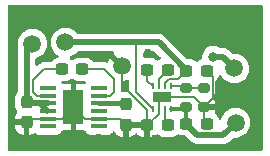
<source format=gbr>
%TF.GenerationSoftware,KiCad,Pcbnew,9.0.7*%
%TF.CreationDate,2026-02-18T17:04:35-08:00*%
%TF.ProjectId,inverter,696e7665-7274-4657-922e-6b696361645f,rev?*%
%TF.SameCoordinates,Original*%
%TF.FileFunction,Copper,L1,Top*%
%TF.FilePolarity,Positive*%
%FSLAX46Y46*%
G04 Gerber Fmt 4.6, Leading zero omitted, Abs format (unit mm)*
G04 Created by KiCad (PCBNEW 9.0.7) date 2026-02-18 17:04:35*
%MOMM*%
%LPD*%
G01*
G04 APERTURE LIST*
G04 Aperture macros list*
%AMRoundRect*
0 Rectangle with rounded corners*
0 $1 Rounding radius*
0 $2 $3 $4 $5 $6 $7 $8 $9 X,Y pos of 4 corners*
0 Add a 4 corners polygon primitive as box body*
4,1,4,$2,$3,$4,$5,$6,$7,$8,$9,$2,$3,0*
0 Add four circle primitives for the rounded corners*
1,1,$1+$1,$2,$3*
1,1,$1+$1,$4,$5*
1,1,$1+$1,$6,$7*
1,1,$1+$1,$8,$9*
0 Add four rect primitives between the rounded corners*
20,1,$1+$1,$2,$3,$4,$5,0*
20,1,$1+$1,$4,$5,$6,$7,0*
20,1,$1+$1,$6,$7,$8,$9,0*
20,1,$1+$1,$8,$9,$2,$3,0*%
G04 Aperture macros list end*
%TA.AperFunction,SMDPad,CuDef*%
%ADD10RoundRect,0.237500X0.237500X-0.300000X0.237500X0.300000X-0.237500X0.300000X-0.237500X-0.300000X0*%
%TD*%
%TA.AperFunction,SMDPad,CuDef*%
%ADD11RoundRect,0.237500X-0.300000X-0.237500X0.300000X-0.237500X0.300000X0.237500X-0.300000X0.237500X0*%
%TD*%
%TA.AperFunction,SMDPad,CuDef*%
%ADD12R,1.397000X0.431800*%
%TD*%
%TA.AperFunction,SMDPad,CuDef*%
%ADD13R,1.752600X2.946400*%
%TD*%
%TA.AperFunction,SMDPad,CuDef*%
%ADD14RoundRect,0.200000X-0.275000X0.200000X-0.275000X-0.200000X0.275000X-0.200000X0.275000X0.200000X0*%
%TD*%
%TA.AperFunction,SMDPad,CuDef*%
%ADD15C,1.500000*%
%TD*%
%TA.AperFunction,SMDPad,CuDef*%
%ADD16RoundRect,0.062500X0.062500X-0.187500X0.062500X0.187500X-0.062500X0.187500X-0.062500X-0.187500X0*%
%TD*%
%TA.AperFunction,SMDPad,CuDef*%
%ADD17R,1.600000X0.900000*%
%TD*%
%TA.AperFunction,SMDPad,CuDef*%
%ADD18RoundRect,0.237500X0.300000X0.237500X-0.300000X0.237500X-0.300000X-0.237500X0.300000X-0.237500X0*%
%TD*%
%TA.AperFunction,ViaPad*%
%ADD19C,0.800000*%
%TD*%
%TA.AperFunction,ViaPad*%
%ADD20C,0.600000*%
%TD*%
%TA.AperFunction,Conductor*%
%ADD21C,0.200000*%
%TD*%
%TA.AperFunction,Conductor*%
%ADD22C,0.500000*%
%TD*%
%TA.AperFunction,Conductor*%
%ADD23C,0.300000*%
%TD*%
%TA.AperFunction,Conductor*%
%ADD24C,0.400000*%
%TD*%
G04 APERTURE END LIST*
D10*
%TO.P,C5,1*%
%TO.N,GND*%
X149500000Y-99062500D03*
%TO.P,C5,2*%
%TO.N,Net-(U2-VOUT)*%
X149500000Y-97337500D03*
%TD*%
D11*
%TO.P,C6,1*%
%TO.N,Net-(U2-C+)*%
X144113500Y-94376000D03*
%TO.P,C6,2*%
%TO.N,Net-(U2-C-)*%
X145838500Y-94376000D03*
%TD*%
D10*
%TO.P,C7,1*%
%TO.N,GND*%
X141100000Y-98862500D03*
%TO.P,C7,2*%
%TO.N,+15V*%
X141100000Y-97137500D03*
%TD*%
D12*
%TO.P,U2,1,NC_2*%
%TO.N,unconnected-(U2-NC_2-Pad1)*%
X147260400Y-99201600D03*
%TO.P,U2,2,RT*%
%TO.N,GND*%
X147260400Y-98551359D03*
%TO.P,U2,3,NC_3*%
%TO.N,unconnected-(U2-NC_3-Pad3)*%
X147260400Y-97901119D03*
%TO.P,U2,4,VOUT*%
%TO.N,Net-(U2-VOUT)*%
X147260400Y-97250881D03*
%TO.P,U2,5,C-*%
%TO.N,Net-(U2-C-)*%
X147260400Y-96600641D03*
%TO.P,U2,6,NC_4*%
%TO.N,unconnected-(U2-NC_4-Pad6)*%
X147260400Y-95950400D03*
%TO.P,U2,7,NC_5*%
%TO.N,unconnected-(U2-NC_5-Pad7)*%
X142891600Y-95950400D03*
%TO.P,U2,8,C+*%
%TO.N,Net-(U2-C+)*%
X142891600Y-96600641D03*
%TO.P,U2,9,VIN*%
%TO.N,+15V*%
X142891600Y-97250881D03*
%TO.P,U2,10,EN*%
X142891600Y-97901119D03*
%TO.P,U2,11,MODE*%
%TO.N,GND*%
X142891600Y-98551359D03*
%TO.P,U2,12,NC*%
%TO.N,unconnected-(U2-NC-Pad12)*%
X142891600Y-99201600D03*
D13*
%TO.P,U2,13,EPAD*%
%TO.N,GND*%
X145076000Y-97576000D03*
%TD*%
D11*
%TO.P,C3,1*%
%TO.N,Net-(U1-C+)*%
X151337500Y-94400000D03*
%TO.P,C3,2*%
%TO.N,Net-(U1-C-)*%
X153062500Y-94400000D03*
%TD*%
D14*
%TO.P,R1,1*%
%TO.N,Net-(U1-VFB)*%
X154600000Y-95925000D03*
%TO.P,R1,2*%
%TO.N,Net-(U1-VOUT)*%
X154600000Y-97575000D03*
%TD*%
D15*
%TO.P,-15V,1,1*%
%TO.N,Net-(U2-VOUT)*%
X158700000Y-94300000D03*
%TD*%
%TO.P,GND,1,1*%
%TO.N,GND*%
X149200000Y-94100000D03*
%TD*%
%TO.P,+5V,1,1*%
%TO.N,+5V*%
X144400000Y-92100000D03*
%TD*%
%TO.P,+15V,1,1*%
%TO.N,+15V*%
X141600000Y-92200000D03*
%TD*%
D16*
%TO.P,U1,1,VIN*%
%TO.N,+5V*%
X151800000Y-97700000D03*
%TO.P,U1,2,GND*%
%TO.N,GND*%
X152300000Y-97700000D03*
%TO.P,U1,3,CPOUT*%
%TO.N,Net-(U1-CPOUT)*%
X152800000Y-97700000D03*
%TO.P,U1,4,VOUT*%
%TO.N,Net-(U1-VOUT)*%
X153300000Y-97700000D03*
%TO.P,U1,5,VFB*%
%TO.N,Net-(U1-VFB)*%
X153300000Y-95800000D03*
%TO.P,U1,6,EN*%
%TO.N,+5V*%
X152800000Y-95800000D03*
%TO.P,U1,7,C-*%
%TO.N,Net-(U1-C-)*%
X152300000Y-95800000D03*
%TO.P,U1,8,C+*%
%TO.N,Net-(U1-C+)*%
X151800000Y-95800000D03*
D17*
%TO.P,U1,9,PAD*%
%TO.N,GND*%
X152550000Y-96750000D03*
%TD*%
D18*
%TO.P,C2,1*%
%TO.N,Net-(U1-CPOUT)*%
X153062500Y-99100000D03*
%TO.P,C2,2*%
%TO.N,GND*%
X151337500Y-99100000D03*
%TD*%
D14*
%TO.P,R2,1*%
%TO.N,Net-(U1-VFB)*%
X156100000Y-95925000D03*
%TO.P,R2,2*%
%TO.N,GND*%
X156100000Y-97575000D03*
%TD*%
D11*
%TO.P,C4,1*%
%TO.N,Net-(U1-VOUT)*%
X154637500Y-99000000D03*
%TO.P,C4,2*%
%TO.N,GND*%
X156362500Y-99000000D03*
%TD*%
D15*
%TO.P,-5V,1,1*%
%TO.N,Net-(U1-VOUT)*%
X158800000Y-98900000D03*
%TD*%
D11*
%TO.P,C1,1*%
%TO.N,+5V*%
X154637500Y-94500000D03*
%TO.P,C1,2*%
%TO.N,GND*%
X156362500Y-94500000D03*
%TD*%
D19*
%TO.N,Net-(U2-VOUT)*%
X156900000Y-93300000D03*
X149500000Y-97337500D03*
D20*
%TO.N,GND*%
X140000000Y-100200000D03*
X139800000Y-98500000D03*
X140000000Y-91500000D03*
X140000000Y-94800000D03*
X143000000Y-93400000D03*
X146400000Y-91100000D03*
X148600000Y-91100000D03*
X151400000Y-92900000D03*
X157500000Y-95500000D03*
X142900000Y-91100000D03*
X159800000Y-97300000D03*
X160200000Y-96400000D03*
X160200000Y-100200000D03*
X158500000Y-92500000D03*
X157500000Y-97600000D03*
X154000000Y-100200000D03*
X145900000Y-93100000D03*
X152000000Y-100200000D03*
X142600000Y-100200000D03*
X144100000Y-100200000D03*
X146200000Y-100200000D03*
X147200000Y-100100000D03*
X148500000Y-100200000D03*
X147700000Y-93300000D03*
X150400000Y-100200000D03*
%TD*%
D21*
%TO.N,+5V*%
X151800000Y-97700000D02*
X150400000Y-96300000D01*
X150400000Y-96300000D02*
X150400000Y-92100000D01*
D22*
%TO.N,Net-(U2-VOUT)*%
X156900000Y-93300000D02*
X157700000Y-93300000D01*
X157700000Y-93300000D02*
X158700000Y-94300000D01*
%TO.N,Net-(U1-VOUT)*%
X158800000Y-98900000D02*
X157774000Y-99926000D01*
X157774000Y-99926000D02*
X155563500Y-99926000D01*
X155563500Y-99926000D02*
X154637500Y-99000000D01*
D23*
X154600000Y-97575000D02*
X154600000Y-98962500D01*
X154600000Y-98962500D02*
X154637500Y-99000000D01*
X153300000Y-97700000D02*
X154475000Y-97700000D01*
X154475000Y-97700000D02*
X154600000Y-97575000D01*
D24*
%TO.N,Net-(U2-VOUT)*%
X147260400Y-97250881D02*
X149413381Y-97250881D01*
X149413381Y-97250881D02*
X149500000Y-97337500D01*
D22*
%TO.N,+5V*%
X150400000Y-92100000D02*
X152280266Y-92100000D01*
X144400000Y-92100000D02*
X150400000Y-92100000D01*
X152280266Y-92100000D02*
X154637500Y-94457234D01*
X154637500Y-94457234D02*
X154637500Y-94500000D01*
%TO.N,+15V*%
X141100000Y-97137500D02*
X141230041Y-97267541D01*
X141230041Y-97267541D02*
X142258022Y-97267541D01*
X142258022Y-97267541D02*
X142874940Y-97884459D01*
X141100000Y-97137500D02*
X141137500Y-97137500D01*
X141137500Y-97137500D02*
X141267541Y-97267541D01*
X141267541Y-97267541D02*
X142891600Y-97267541D01*
X141600000Y-92200000D02*
X141100000Y-92700000D01*
X141100000Y-92700000D02*
X141100000Y-97137500D01*
D21*
%TO.N,GND*%
X149200000Y-94100000D02*
X149200000Y-95667100D01*
X149200000Y-95667100D02*
X151337500Y-97804600D01*
X151337500Y-97804600D02*
X151337500Y-99100000D01*
%TO.N,Net-(U2-C-)*%
X148476000Y-95176000D02*
X148476000Y-96283541D01*
X145838500Y-94376000D02*
X147676000Y-94376000D01*
X147676000Y-94376000D02*
X148476000Y-95176000D01*
X148158900Y-96600641D02*
X147260400Y-96600641D01*
X148476000Y-96283541D02*
X148158900Y-96600641D01*
%TO.N,Net-(U2-C+)*%
X141993100Y-96600641D02*
X142891600Y-96600641D01*
X141676000Y-95276000D02*
X141676000Y-96283541D01*
X142576000Y-94376000D02*
X141676000Y-95276000D01*
X144113500Y-94376000D02*
X142576000Y-94376000D01*
X141676000Y-96283541D02*
X141993100Y-96600641D01*
%TO.N,GND*%
X145076000Y-97576000D02*
X145000000Y-97500000D01*
X145076000Y-97576000D02*
X144100641Y-98551359D01*
X144100641Y-98551359D02*
X142891600Y-98551359D01*
X145076000Y-97576000D02*
X146051359Y-98551359D01*
X141411141Y-98551359D02*
X142891600Y-98551359D01*
X141100000Y-98862500D02*
X141411141Y-98551359D01*
X146051359Y-98551359D02*
X147260400Y-98551359D01*
X148988859Y-98551359D02*
X147260400Y-98551359D01*
X149500000Y-99062500D02*
X148988859Y-98551359D01*
X152550000Y-96750000D02*
X155275000Y-96750000D01*
X151337500Y-99100000D02*
X152300000Y-98137500D01*
X156100000Y-97575000D02*
X156100000Y-98737500D01*
X152300000Y-98137500D02*
X152300000Y-97700000D01*
X155275000Y-96750000D02*
X156100000Y-97575000D01*
X152300000Y-97000000D02*
X152550000Y-96750000D01*
X156876000Y-96799000D02*
X156100000Y-97575000D01*
X152300000Y-97700000D02*
X152300000Y-97000000D01*
X156876000Y-95013500D02*
X156876000Y-96799000D01*
X156100000Y-98737500D02*
X156362500Y-99000000D01*
X156362500Y-94500000D02*
X156876000Y-95013500D01*
%TO.N,+5V*%
X152800000Y-95534202D02*
X153158202Y-95176000D01*
X153961500Y-95176000D02*
X154637500Y-94500000D01*
X153158202Y-95176000D02*
X153961500Y-95176000D01*
X152800000Y-95800000D02*
X152800000Y-95534202D01*
%TO.N,Net-(U1-CPOUT)*%
X152800000Y-98837500D02*
X152800000Y-97700000D01*
X153062500Y-99100000D02*
X152800000Y-98837500D01*
%TO.N,Net-(U1-C-)*%
X153062500Y-94400000D02*
X152300000Y-95162500D01*
X152300000Y-95162500D02*
X152300000Y-95800000D01*
%TO.N,Net-(U1-C+)*%
X151337500Y-95337500D02*
X151800000Y-95800000D01*
X151337500Y-94400000D02*
X151337500Y-95337500D01*
%TO.N,Net-(U1-VFB)*%
X153300000Y-95800000D02*
X154475000Y-95800000D01*
X154600000Y-95925000D02*
X156100000Y-95925000D01*
X154475000Y-95800000D02*
X154600000Y-95925000D01*
%TD*%
%TA.AperFunction,Conductor*%
%TO.N,GND*%
G36*
X149766855Y-95306361D02*
G01*
X149797684Y-95369062D01*
X149799500Y-95390208D01*
X149799500Y-96175500D01*
X149779815Y-96242539D01*
X149727011Y-96288294D01*
X149675500Y-96299500D01*
X149213330Y-96299500D01*
X149213303Y-96299502D01*
X149213082Y-96299525D01*
X149213034Y-96299516D01*
X149210169Y-96299662D01*
X149210134Y-96298976D01*
X149144391Y-96286744D01*
X149093514Y-96238855D01*
X149076500Y-96176165D01*
X149076500Y-95474000D01*
X149096185Y-95406961D01*
X149148989Y-95361206D01*
X149200500Y-95350000D01*
X149298382Y-95350000D01*
X149492703Y-95319221D01*
X149637181Y-95272277D01*
X149707022Y-95270281D01*
X149766855Y-95306361D01*
G37*
%TD.AperFunction*%
%TA.AperFunction,Conductor*%
G36*
X148478565Y-92870185D02*
G01*
X148524320Y-92922989D01*
X148534264Y-92992147D01*
X148510896Y-93043314D01*
X148509872Y-93056320D01*
X149289095Y-93835542D01*
X149322580Y-93896865D01*
X149317596Y-93966556D01*
X149289095Y-94010904D01*
X149110904Y-94189095D01*
X149049581Y-94222580D01*
X148979889Y-94217596D01*
X148935542Y-94189095D01*
X148156320Y-93409872D01*
X148156320Y-93409873D01*
X148130902Y-93444859D01*
X148130899Y-93444863D01*
X148041582Y-93620160D01*
X148008566Y-93721772D01*
X147969128Y-93779447D01*
X147904769Y-93806645D01*
X147858542Y-93803228D01*
X147818883Y-93792601D01*
X147755057Y-93775499D01*
X147596943Y-93775499D01*
X147589347Y-93775499D01*
X147589331Y-93775500D01*
X146850901Y-93775500D01*
X146783862Y-93755815D01*
X146745362Y-93716596D01*
X146721340Y-93677650D01*
X146599351Y-93555661D01*
X146599350Y-93555660D01*
X146452516Y-93465092D01*
X146288753Y-93410826D01*
X146288751Y-93410825D01*
X146187678Y-93400500D01*
X145489330Y-93400500D01*
X145489312Y-93400501D01*
X145388247Y-93410825D01*
X145224484Y-93465092D01*
X145224481Y-93465093D01*
X145077648Y-93555661D01*
X145063681Y-93569629D01*
X145002358Y-93603114D01*
X144932666Y-93598130D01*
X144905365Y-93583863D01*
X144896203Y-93577513D01*
X144874350Y-93555660D01*
X144786408Y-93501417D01*
X144783687Y-93499531D01*
X144763743Y-93474824D01*
X144742501Y-93451207D01*
X144741951Y-93447827D01*
X144739801Y-93445164D01*
X144736380Y-93413597D01*
X144731278Y-93382244D01*
X144732642Y-93379103D01*
X144732274Y-93375701D01*
X144746463Y-93347295D01*
X144759122Y-93318162D01*
X144761983Y-93316226D01*
X144763497Y-93313196D01*
X144787976Y-93298643D01*
X144816001Y-93279686D01*
X144880025Y-93258884D01*
X145055405Y-93169524D01*
X145214646Y-93053828D01*
X145353828Y-92914646D01*
X145363297Y-92901612D01*
X145418628Y-92858948D01*
X145463614Y-92850500D01*
X148411526Y-92850500D01*
X148478565Y-92870185D01*
G37*
%TD.AperFunction*%
%TA.AperFunction,Conductor*%
G36*
X151985075Y-92870185D02*
G01*
X152005717Y-92886819D01*
X152260015Y-93141117D01*
X152436248Y-93317349D01*
X152446123Y-93335434D01*
X152460012Y-93350661D01*
X152462529Y-93365480D01*
X152469733Y-93378672D01*
X152468263Y-93399226D01*
X152471715Y-93419544D01*
X152465821Y-93433371D01*
X152464749Y-93448363D01*
X152452400Y-93464859D01*
X152444319Y-93483819D01*
X152425052Y-93501391D01*
X152422878Y-93504297D01*
X152418897Y-93507006D01*
X152418243Y-93507603D01*
X152415972Y-93509144D01*
X152301650Y-93579660D01*
X152279382Y-93601927D01*
X152269676Y-93608521D01*
X152203160Y-93629908D01*
X152135640Y-93611938D01*
X152112319Y-93593629D01*
X152098351Y-93579661D01*
X152098350Y-93579660D01*
X151971456Y-93501391D01*
X151951518Y-93489093D01*
X151951513Y-93489091D01*
X151948767Y-93488181D01*
X151787753Y-93434826D01*
X151787751Y-93434825D01*
X151686684Y-93424500D01*
X151686677Y-93424500D01*
X151124500Y-93424500D01*
X151057461Y-93404815D01*
X151011706Y-93352011D01*
X151000500Y-93300500D01*
X151000500Y-92974500D01*
X151020185Y-92907461D01*
X151072989Y-92861706D01*
X151124500Y-92850500D01*
X151918036Y-92850500D01*
X151985075Y-92870185D01*
G37*
%TD.AperFunction*%
%TA.AperFunction,Conductor*%
G36*
X161042539Y-88920185D02*
G01*
X161088294Y-88972989D01*
X161099500Y-89024500D01*
X161099500Y-101175500D01*
X161079815Y-101242539D01*
X161027011Y-101288294D01*
X160975500Y-101299500D01*
X139624500Y-101299500D01*
X139557461Y-101279815D01*
X139511706Y-101227011D01*
X139500500Y-101175500D01*
X139500500Y-99211654D01*
X140125001Y-99211654D01*
X140135319Y-99312652D01*
X140189546Y-99476300D01*
X140189551Y-99476311D01*
X140280052Y-99623034D01*
X140280055Y-99623038D01*
X140401961Y-99744944D01*
X140401965Y-99744947D01*
X140548688Y-99835448D01*
X140548699Y-99835453D01*
X140712347Y-99889680D01*
X140813352Y-99899999D01*
X140850000Y-99899999D01*
X140850000Y-99112500D01*
X140125001Y-99112500D01*
X140125001Y-99211654D01*
X139500500Y-99211654D01*
X139500500Y-96788315D01*
X140124500Y-96788315D01*
X140124500Y-97486669D01*
X140124501Y-97486687D01*
X140134825Y-97587752D01*
X140189092Y-97751515D01*
X140189093Y-97751518D01*
X140279661Y-97898351D01*
X140293982Y-97912672D01*
X140327467Y-97973995D01*
X140322483Y-98043687D01*
X140293985Y-98088032D01*
X140280052Y-98101965D01*
X140189551Y-98248688D01*
X140189546Y-98248699D01*
X140135319Y-98412347D01*
X140125000Y-98513345D01*
X140125000Y-98612500D01*
X140976000Y-98612500D01*
X141043039Y-98632185D01*
X141088794Y-98684989D01*
X141100000Y-98736500D01*
X141100000Y-98862500D01*
X141226000Y-98862500D01*
X141293039Y-98882185D01*
X141338794Y-98934989D01*
X141350000Y-98986500D01*
X141350000Y-99899999D01*
X141386640Y-99899999D01*
X141386654Y-99899998D01*
X141487652Y-99889680D01*
X141651300Y-99835453D01*
X141651307Y-99835450D01*
X141724721Y-99790167D01*
X141792113Y-99771726D01*
X141858777Y-99792648D01*
X141864129Y-99796437D01*
X141950769Y-99861296D01*
X141950770Y-99861296D01*
X141950771Y-99861297D01*
X142085617Y-99911591D01*
X142085616Y-99911591D01*
X142092544Y-99912335D01*
X142145227Y-99918000D01*
X143637972Y-99917999D01*
X143697583Y-99911591D01*
X143832431Y-99861296D01*
X143947646Y-99775046D01*
X144033896Y-99659831D01*
X144033898Y-99659826D01*
X144045072Y-99629868D01*
X144086943Y-99573934D01*
X144152407Y-99549516D01*
X144161254Y-99549200D01*
X144826000Y-99549200D01*
X144826000Y-95602800D01*
X144161254Y-95602800D01*
X144140004Y-95596560D01*
X144117914Y-95594979D01*
X144107134Y-95586908D01*
X144094215Y-95583115D01*
X144079713Y-95566379D01*
X144061983Y-95553105D01*
X144051374Y-95533674D01*
X144048460Y-95530311D01*
X144045070Y-95522127D01*
X144043839Y-95518826D01*
X144038858Y-95449134D01*
X144072347Y-95387813D01*
X144133672Y-95354331D01*
X144160023Y-95351499D01*
X144462670Y-95351499D01*
X144462676Y-95351499D01*
X144563753Y-95341174D01*
X144727516Y-95286908D01*
X144874350Y-95196340D01*
X144888319Y-95182371D01*
X144949642Y-95148886D01*
X145019334Y-95153870D01*
X145063681Y-95182371D01*
X145077650Y-95196340D01*
X145224484Y-95286908D01*
X145388247Y-95341174D01*
X145489323Y-95351500D01*
X145991976Y-95351499D01*
X146021406Y-95360140D01*
X146051368Y-95366648D01*
X146054612Y-95369890D01*
X146059015Y-95371183D01*
X146079098Y-95394360D01*
X146100789Y-95416037D01*
X146101765Y-95420519D01*
X146104770Y-95423987D01*
X146109134Y-95454339D01*
X146115663Y-95484305D01*
X146114327Y-95490455D01*
X146114714Y-95493146D01*
X146108172Y-95518795D01*
X146106942Y-95522096D01*
X146065088Y-95578043D01*
X145999632Y-95602481D01*
X145990746Y-95602800D01*
X145326000Y-95602800D01*
X145326000Y-99549200D01*
X145990746Y-99549200D01*
X146057785Y-99568885D01*
X146103540Y-99621689D01*
X146106927Y-99629865D01*
X146118104Y-99659832D01*
X146118105Y-99659834D01*
X146204352Y-99775044D01*
X146204355Y-99775047D01*
X146319564Y-99861293D01*
X146319571Y-99861297D01*
X146454417Y-99911591D01*
X146454416Y-99911591D01*
X146461344Y-99912335D01*
X146514027Y-99918000D01*
X148006772Y-99917999D01*
X148066383Y-99911591D01*
X148201231Y-99861296D01*
X148316446Y-99775046D01*
X148390399Y-99676257D01*
X148446331Y-99634388D01*
X148516023Y-99629404D01*
X148577346Y-99662889D01*
X148595202Y-99685472D01*
X148680054Y-99823037D01*
X148801961Y-99944944D01*
X148801965Y-99944947D01*
X148948688Y-100035448D01*
X148948699Y-100035453D01*
X149112347Y-100089680D01*
X149213352Y-100099999D01*
X149250000Y-100099999D01*
X149750000Y-100099999D01*
X149786640Y-100099999D01*
X149786654Y-100099998D01*
X149887652Y-100089680D01*
X150051300Y-100035453D01*
X150051311Y-100035448D01*
X150198034Y-99944947D01*
X150198038Y-99944944D01*
X150312319Y-99830664D01*
X150373642Y-99797179D01*
X150443334Y-99802163D01*
X150487681Y-99830664D01*
X150576961Y-99919944D01*
X150576965Y-99919947D01*
X150723688Y-100010448D01*
X150723699Y-100010453D01*
X150887347Y-100064680D01*
X150988351Y-100074999D01*
X151087500Y-100074998D01*
X151087500Y-99350000D01*
X150258862Y-99350000D01*
X150191823Y-99330315D01*
X150171181Y-99313681D01*
X150170000Y-99312500D01*
X149750000Y-99312500D01*
X149750000Y-100099999D01*
X149250000Y-100099999D01*
X149250000Y-99186500D01*
X149269685Y-99119461D01*
X149322489Y-99073706D01*
X149374000Y-99062500D01*
X149500000Y-99062500D01*
X149500000Y-98936500D01*
X149519685Y-98869461D01*
X149572489Y-98823706D01*
X149624000Y-98812500D01*
X150516138Y-98812500D01*
X150583177Y-98832185D01*
X150603819Y-98848819D01*
X150605000Y-98850000D01*
X151213500Y-98850000D01*
X151280539Y-98869685D01*
X151326294Y-98922489D01*
X151337500Y-98974000D01*
X151337500Y-99100000D01*
X151463500Y-99100000D01*
X151530539Y-99119685D01*
X151576294Y-99172489D01*
X151587500Y-99224000D01*
X151587500Y-100074999D01*
X151686640Y-100074999D01*
X151686654Y-100074998D01*
X151787652Y-100064680D01*
X151951300Y-100010453D01*
X151951311Y-100010448D01*
X152098035Y-99919947D01*
X152111960Y-99906021D01*
X152173282Y-99872533D01*
X152242973Y-99877514D01*
X152287327Y-99906017D01*
X152301650Y-99920340D01*
X152448484Y-100010908D01*
X152612247Y-100065174D01*
X152713323Y-100075500D01*
X153411676Y-100075499D01*
X153411684Y-100075498D01*
X153411687Y-100075498D01*
X153467030Y-100069844D01*
X153512753Y-100065174D01*
X153676516Y-100010908D01*
X153823350Y-99920340D01*
X153836203Y-99907485D01*
X153897525Y-99874001D01*
X153967216Y-99878983D01*
X153988980Y-99889625D01*
X154023484Y-99910908D01*
X154187247Y-99965174D01*
X154288323Y-99975500D01*
X154500268Y-99975499D01*
X154567308Y-99995183D01*
X154587950Y-100011818D01*
X155085086Y-100508954D01*
X155107922Y-100524211D01*
X155158770Y-100558186D01*
X155208005Y-100591084D01*
X155264580Y-100614518D01*
X155344588Y-100647659D01*
X155460741Y-100670763D01*
X155479968Y-100674587D01*
X155489581Y-100676500D01*
X155489582Y-100676500D01*
X157847920Y-100676500D01*
X157945462Y-100657096D01*
X157992913Y-100647658D01*
X158129495Y-100591084D01*
X158178729Y-100558186D01*
X158252416Y-100508952D01*
X158578597Y-100182768D01*
X158639916Y-100149286D01*
X158685673Y-100147980D01*
X158701583Y-100150500D01*
X158701584Y-100150500D01*
X158898422Y-100150500D01*
X159092826Y-100119709D01*
X159280025Y-100058884D01*
X159455405Y-99969524D01*
X159614646Y-99853828D01*
X159753828Y-99714646D01*
X159869524Y-99555405D01*
X159958884Y-99380025D01*
X160019709Y-99192826D01*
X160022930Y-99172489D01*
X160050500Y-98998422D01*
X160050500Y-98801577D01*
X160019709Y-98607173D01*
X159968802Y-98450499D01*
X159958884Y-98419975D01*
X159958882Y-98419972D01*
X159958882Y-98419970D01*
X159898595Y-98301650D01*
X159869524Y-98244595D01*
X159753828Y-98085354D01*
X159614646Y-97946172D01*
X159455405Y-97830476D01*
X159444658Y-97825000D01*
X159280029Y-97741117D01*
X159092826Y-97680290D01*
X158898422Y-97649500D01*
X158898417Y-97649500D01*
X158701583Y-97649500D01*
X158701578Y-97649500D01*
X158507173Y-97680290D01*
X158319970Y-97741117D01*
X158144594Y-97830476D01*
X158057341Y-97893870D01*
X157985354Y-97946172D01*
X157985352Y-97946174D01*
X157985351Y-97946174D01*
X157846174Y-98085351D01*
X157846174Y-98085352D01*
X157846172Y-98085354D01*
X157817367Y-98125001D01*
X157730476Y-98244594D01*
X157641118Y-98419969D01*
X157601846Y-98540833D01*
X157562407Y-98598508D01*
X157498048Y-98625705D01*
X157429202Y-98613790D01*
X157377727Y-98566545D01*
X157366209Y-98541516D01*
X157335454Y-98448701D01*
X157335448Y-98448688D01*
X157244947Y-98301965D01*
X157244944Y-98301961D01*
X157123037Y-98180054D01*
X157086643Y-98157606D01*
X157039919Y-98105658D01*
X157028698Y-98036695D01*
X157033356Y-98015178D01*
X157068590Y-97902106D01*
X157075000Y-97831572D01*
X157075000Y-97825000D01*
X156224000Y-97825000D01*
X156156961Y-97805315D01*
X156111206Y-97752511D01*
X156100000Y-97701000D01*
X156100000Y-97449000D01*
X156119685Y-97381961D01*
X156172489Y-97336206D01*
X156224000Y-97325000D01*
X157074999Y-97325000D01*
X157074999Y-97318417D01*
X157068591Y-97247897D01*
X157068590Y-97247892D01*
X157018018Y-97085603D01*
X156930072Y-96940122D01*
X156827984Y-96838034D01*
X156794499Y-96776711D01*
X156799483Y-96707019D01*
X156827983Y-96662673D01*
X156930472Y-96560185D01*
X157018478Y-96414606D01*
X157069086Y-96252196D01*
X157075500Y-96181616D01*
X157075500Y-95668384D01*
X157069086Y-95597804D01*
X157033794Y-95484548D01*
X157032644Y-95414690D01*
X157069444Y-95355297D01*
X157087085Y-95342121D01*
X157123033Y-95319948D01*
X157123038Y-95319944D01*
X157244944Y-95198038D01*
X157244947Y-95198034D01*
X157335448Y-95051311D01*
X157335454Y-95051298D01*
X157377572Y-94924194D01*
X157417344Y-94866748D01*
X157481860Y-94839925D01*
X157550636Y-94852240D01*
X157601836Y-94899782D01*
X157605763Y-94906903D01*
X157630474Y-94955403D01*
X157665234Y-95003246D01*
X157746172Y-95114646D01*
X157885354Y-95253828D01*
X158044595Y-95369524D01*
X158085190Y-95390208D01*
X158219970Y-95458882D01*
X158219972Y-95458882D01*
X158219975Y-95458884D01*
X158317140Y-95490455D01*
X158407173Y-95519709D01*
X158601578Y-95550500D01*
X158601583Y-95550500D01*
X158798422Y-95550500D01*
X158992826Y-95519709D01*
X158995639Y-95518795D01*
X159180025Y-95458884D01*
X159355405Y-95369524D01*
X159514646Y-95253828D01*
X159653828Y-95114646D01*
X159769524Y-94955405D01*
X159858884Y-94780025D01*
X159919709Y-94592826D01*
X159950500Y-94398422D01*
X159950500Y-94201577D01*
X159919709Y-94007173D01*
X159883867Y-93896865D01*
X159858884Y-93819975D01*
X159858882Y-93819972D01*
X159858882Y-93819970D01*
X159786366Y-93677650D01*
X159769524Y-93644595D01*
X159653828Y-93485354D01*
X159514646Y-93346172D01*
X159355405Y-93230476D01*
X159335840Y-93220507D01*
X159180029Y-93141117D01*
X158992826Y-93080290D01*
X158798422Y-93049500D01*
X158798417Y-93049500D01*
X158601583Y-93049500D01*
X158585672Y-93052020D01*
X158516378Y-93043064D01*
X158478596Y-93017229D01*
X158178416Y-92717048D01*
X158178415Y-92717047D01*
X158178414Y-92717046D01*
X158104729Y-92667812D01*
X158104729Y-92667813D01*
X158055491Y-92634913D01*
X157918917Y-92578343D01*
X157918907Y-92578340D01*
X157773920Y-92549500D01*
X157773918Y-92549500D01*
X157435270Y-92549500D01*
X157368231Y-92529815D01*
X157366378Y-92528601D01*
X157326552Y-92501989D01*
X157326547Y-92501987D01*
X157162667Y-92434106D01*
X157162658Y-92434103D01*
X156988694Y-92399500D01*
X156988691Y-92399500D01*
X156811309Y-92399500D01*
X156811306Y-92399500D01*
X156637341Y-92434103D01*
X156637332Y-92434106D01*
X156473459Y-92501983D01*
X156473446Y-92501990D01*
X156325965Y-92600535D01*
X156325961Y-92600538D01*
X156200538Y-92725961D01*
X156200535Y-92725965D01*
X156101990Y-92873446D01*
X156101983Y-92873459D01*
X156034106Y-93037332D01*
X156034103Y-93037341D01*
X155999500Y-93211304D01*
X155999500Y-93388694D01*
X156000103Y-93391726D01*
X155999958Y-93393343D01*
X156000097Y-93394754D01*
X155999829Y-93394780D01*
X155993871Y-93461317D01*
X155951004Y-93516491D01*
X155917488Y-93533615D01*
X155748699Y-93589546D01*
X155748688Y-93589551D01*
X155601965Y-93680052D01*
X155588032Y-93693985D01*
X155526708Y-93727468D01*
X155457016Y-93722482D01*
X155412672Y-93693982D01*
X155398351Y-93679661D01*
X155398350Y-93679660D01*
X155288555Y-93611938D01*
X155251518Y-93589093D01*
X155251513Y-93589091D01*
X155223052Y-93579660D01*
X155087753Y-93534826D01*
X155087751Y-93534825D01*
X154986684Y-93524500D01*
X154986677Y-93524500D01*
X154817495Y-93524500D01*
X154750456Y-93504815D01*
X154729814Y-93488181D01*
X152758687Y-91517052D01*
X152758680Y-91517046D01*
X152684995Y-91467812D01*
X152684995Y-91467813D01*
X152635757Y-91434913D01*
X152499183Y-91378343D01*
X152499173Y-91378340D01*
X152354186Y-91349500D01*
X152354184Y-91349500D01*
X150473918Y-91349500D01*
X145463614Y-91349500D01*
X145396575Y-91329815D01*
X145363297Y-91298387D01*
X145353828Y-91285354D01*
X145214648Y-91146174D01*
X145214646Y-91146172D01*
X145055405Y-91030476D01*
X144880029Y-90941117D01*
X144692826Y-90880290D01*
X144498422Y-90849500D01*
X144498417Y-90849500D01*
X144301583Y-90849500D01*
X144301578Y-90849500D01*
X144107173Y-90880290D01*
X143919970Y-90941117D01*
X143744594Y-91030476D01*
X143653741Y-91096485D01*
X143585354Y-91146172D01*
X143585352Y-91146174D01*
X143585351Y-91146174D01*
X143446174Y-91285351D01*
X143446174Y-91285352D01*
X143446172Y-91285354D01*
X143436703Y-91298387D01*
X143330476Y-91444594D01*
X143241117Y-91619970D01*
X143180290Y-91807173D01*
X143149500Y-92001577D01*
X143149500Y-92198422D01*
X143180290Y-92392826D01*
X143241117Y-92580029D01*
X143330476Y-92755405D01*
X143446172Y-92914646D01*
X143585354Y-93053828D01*
X143704784Y-93140600D01*
X143744596Y-93169525D01*
X143750500Y-93172533D01*
X143801296Y-93220507D01*
X143818092Y-93288327D01*
X143795555Y-93354463D01*
X143740841Y-93397915D01*
X143706808Y-93406376D01*
X143663246Y-93410826D01*
X143499484Y-93465092D01*
X143499481Y-93465093D01*
X143352648Y-93555661D01*
X143230659Y-93677650D01*
X143206638Y-93716596D01*
X143154690Y-93763321D01*
X143101099Y-93775500D01*
X142655057Y-93775500D01*
X142496942Y-93775500D01*
X142344215Y-93816423D01*
X142344214Y-93816423D01*
X142344212Y-93816424D01*
X142344209Y-93816425D01*
X142302647Y-93840422D01*
X142302645Y-93840423D01*
X142207290Y-93895475D01*
X142207282Y-93895481D01*
X142062181Y-94040583D01*
X142000858Y-94074068D01*
X141931166Y-94069084D01*
X141875233Y-94027212D01*
X141850816Y-93961748D01*
X141850500Y-93952902D01*
X141850500Y-93523552D01*
X141870185Y-93456513D01*
X141922989Y-93410758D01*
X141936171Y-93405625D01*
X142080025Y-93358884D01*
X142255405Y-93269524D01*
X142414646Y-93153828D01*
X142553828Y-93014646D01*
X142669524Y-92855405D01*
X142758884Y-92680025D01*
X142819709Y-92492826D01*
X142829010Y-92434103D01*
X142850500Y-92298422D01*
X142850500Y-92101577D01*
X142819709Y-91907173D01*
X142787217Y-91807174D01*
X142758884Y-91719975D01*
X142758882Y-91719972D01*
X142758882Y-91719970D01*
X142669523Y-91544594D01*
X142553828Y-91385354D01*
X142414646Y-91246172D01*
X142255405Y-91130476D01*
X142080029Y-91041117D01*
X141892826Y-90980290D01*
X141698422Y-90949500D01*
X141698417Y-90949500D01*
X141501583Y-90949500D01*
X141501578Y-90949500D01*
X141307173Y-90980290D01*
X141119970Y-91041117D01*
X140944594Y-91130476D01*
X140853741Y-91196485D01*
X140785354Y-91246172D01*
X140785352Y-91246174D01*
X140785351Y-91246174D01*
X140646174Y-91385351D01*
X140646174Y-91385352D01*
X140646172Y-91385354D01*
X140610165Y-91434913D01*
X140530476Y-91544594D01*
X140441117Y-91719970D01*
X140380290Y-91907173D01*
X140349500Y-92101577D01*
X140349500Y-92298422D01*
X140374927Y-92458966D01*
X140374071Y-92502555D01*
X140349500Y-92626079D01*
X140349500Y-96255448D01*
X140329815Y-96322487D01*
X140313181Y-96343129D01*
X140279661Y-96376648D01*
X140189093Y-96523481D01*
X140189091Y-96523486D01*
X140180140Y-96550499D01*
X140134826Y-96687247D01*
X140134826Y-96687248D01*
X140134825Y-96687248D01*
X140124500Y-96788315D01*
X139500500Y-96788315D01*
X139500500Y-89024500D01*
X139520185Y-88957461D01*
X139572989Y-88911706D01*
X139624500Y-88900500D01*
X160975500Y-88900500D01*
X161042539Y-88920185D01*
G37*
%TD.AperFunction*%
%TD*%
M02*

</source>
